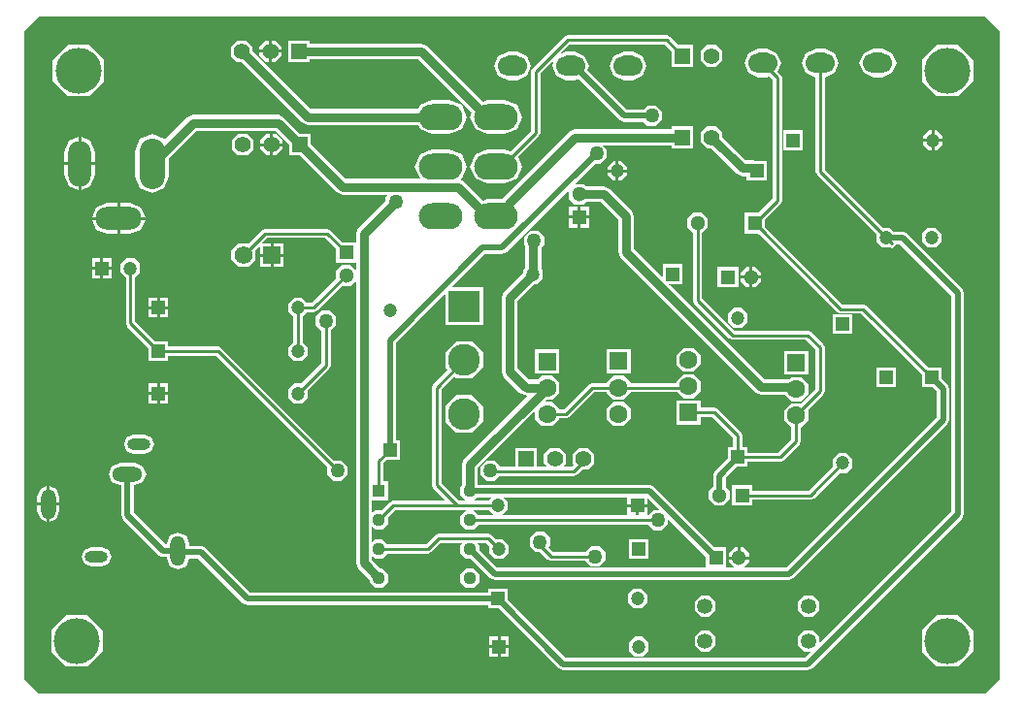
<source format=gbl>
G04*
G04 #@! TF.GenerationSoftware,Altium Limited,Altium Designer,24.1.2 (44)*
G04*
G04 Layer_Physical_Order=2*
G04 Layer_Color=16711680*
%FSLAX44Y44*%
%MOMM*%
G71*
G04*
G04 #@! TF.SameCoordinates,E9BD1FF1-B1AA-42C1-8D7E-3D4E88507192*
G04*
G04*
G04 #@! TF.FilePolarity,Positive*
G04*
G01*
G75*
%ADD14C,0.2540*%
%ADD19R,1.2000X1.2000*%
%ADD20C,1.2000*%
%ADD21R,1.2000X1.2000*%
%ADD25R,1.4000X1.4000*%
%ADD26C,1.4000*%
%ADD34C,1.3000*%
%ADD35R,1.3000X1.3000*%
G04:AMPARAMS|DCode=37|XSize=1.778mm|YSize=2.54mm|CornerRadius=0.889mm|HoleSize=0mm|Usage=FLASHONLY|Rotation=270.000|XOffset=0mm|YOffset=0mm|HoleType=Round|Shape=RoundedRectangle|*
%AMROUNDEDRECTD37*
21,1,1.7780,0.7620,0,0,270.0*
21,1,0.0000,2.5400,0,0,270.0*
1,1,1.7780,-0.3810,0.0000*
1,1,1.7780,-0.3810,0.0000*
1,1,1.7780,0.3810,0.0000*
1,1,1.7780,0.3810,0.0000*
%
%ADD37ROUNDEDRECTD37*%
%ADD48C,0.7620*%
%ADD49C,0.5080*%
%ADD50R,1.6000X1.6000*%
%ADD51C,1.6000*%
%ADD52R,1.1300X1.1300*%
%ADD53C,1.1300*%
G04:AMPARAMS|DCode=54|XSize=2.286mm|YSize=3.81mm|CornerRadius=1.143mm|HoleSize=0mm|Usage=FLASHONLY|Rotation=270.000|XOffset=0mm|YOffset=0mm|HoleType=Round|Shape=RoundedRectangle|*
%AMROUNDEDRECTD54*
21,1,2.2860,1.5240,0,0,270.0*
21,1,0.0000,3.8100,0,0,270.0*
1,1,2.2860,-0.7620,0.0000*
1,1,2.2860,-0.7620,0.0000*
1,1,2.2860,0.7620,0.0000*
1,1,2.2860,0.7620,0.0000*
%
%ADD54ROUNDEDRECTD54*%
%ADD55R,2.7750X2.7750*%
%ADD56C,2.7750*%
%ADD57C,1.3500*%
%ADD58R,1.3000X1.3000*%
%ADD59O,1.3080X2.6160*%
%ADD60O,2.0160X1.0080*%
%ADD61O,2.6160X1.3080*%
%ADD62R,1.5750X1.5750*%
%ADD63C,1.5750*%
%ADD64O,2.2000X4.4000*%
%ADD65O,4.0000X2.0000*%
%ADD66O,2.0000X4.0000*%
%ADD67C,4.0000*%
%ADD68C,1.2700*%
G36*
X1111250Y1943100D02*
Y1377950D01*
X1098550Y1365250D01*
X273050D01*
X260350Y1377950D01*
Y1943100D01*
X273050Y1955800D01*
X1098550D01*
X1111250Y1943100D01*
D02*
G37*
%LPC*%
G36*
X478932Y1935030D02*
X476250D01*
Y1926760D01*
X484520D01*
Y1929442D01*
X478932Y1935030D01*
D02*
G37*
G36*
X473710D02*
X471028D01*
X465440Y1929442D01*
Y1926760D01*
X473710D01*
Y1935030D01*
D02*
G37*
G36*
X484520Y1924220D02*
X476250D01*
Y1915950D01*
X478932D01*
X484520Y1921538D01*
Y1924220D01*
D02*
G37*
G36*
X473710D02*
X465440D01*
Y1921538D01*
X471028Y1915950D01*
X473710D01*
Y1924220D01*
D02*
G37*
G36*
X863742Y1931050D02*
X855838D01*
X850250Y1925462D01*
Y1917558D01*
X855838Y1911970D01*
X863742D01*
X869330Y1917558D01*
Y1925462D01*
X863742Y1931050D01*
D02*
G37*
G36*
X820420Y1939604D02*
X734060D01*
X731144Y1938396D01*
X703204Y1910456D01*
X701996Y1907540D01*
Y1855908D01*
X684222Y1838134D01*
X679450Y1840111D01*
X664210D01*
X653518Y1835682D01*
X649089Y1824990D01*
X653518Y1814298D01*
X664210Y1809869D01*
X679450D01*
X690142Y1814298D01*
X694571Y1824990D01*
X691106Y1833354D01*
X709036Y1851284D01*
X710244Y1854200D01*
Y1905832D01*
X722813Y1918401D01*
X720418Y1912620D01*
X724042Y1903872D01*
X732790Y1900248D01*
X740410D01*
X743660Y1901594D01*
X779702Y1865552D01*
X783590Y1863941D01*
X800646D01*
X804038Y1860550D01*
X811402D01*
X816610Y1865758D01*
Y1873122D01*
X811402Y1878330D01*
X804038D01*
X800646Y1874939D01*
X785868D01*
X751436Y1909370D01*
X752782Y1912620D01*
X749158Y1921368D01*
X740410Y1924992D01*
X732790D01*
X727009Y1922597D01*
X735768Y1931356D01*
X818712D01*
X824850Y1925218D01*
Y1911970D01*
X843930D01*
Y1931050D01*
X830682D01*
X823336Y1938396D01*
X820420Y1939604D01*
D02*
G37*
G36*
X1008634Y1927532D02*
X1001014D01*
X992266Y1923908D01*
X988642Y1915160D01*
X992266Y1906412D01*
X1001014Y1902788D01*
X1008634D01*
X1017382Y1906412D01*
X1021006Y1915160D01*
X1017382Y1923908D01*
X1008634Y1927532D01*
D02*
G37*
G36*
X790702Y1924992D02*
X783082D01*
X774334Y1921368D01*
X770710Y1912620D01*
X774334Y1903872D01*
X783082Y1900248D01*
X790702D01*
X799450Y1903872D01*
X803074Y1912620D01*
X799450Y1921368D01*
X790702Y1924992D01*
D02*
G37*
G36*
X690118D02*
X682498D01*
X673750Y1921368D01*
X670126Y1912620D01*
X673750Y1903872D01*
X682498Y1900248D01*
X690118D01*
X698866Y1903872D01*
X702490Y1912620D01*
X698866Y1921368D01*
X690118Y1924992D01*
D02*
G37*
G36*
X1074866Y1931350D02*
X1056194D01*
X1042990Y1918146D01*
Y1899474D01*
X1056194Y1886270D01*
X1074866D01*
X1088070Y1899474D01*
Y1918146D01*
X1074866Y1931350D01*
D02*
G37*
G36*
X316676D02*
X298004D01*
X284800Y1918146D01*
Y1899474D01*
X298004Y1886270D01*
X316676D01*
X329880Y1899474D01*
Y1918146D01*
X316676Y1931350D01*
D02*
G37*
G36*
X509520Y1935030D02*
X490440D01*
Y1915950D01*
X509520D01*
Y1918617D01*
X604043D01*
X650671Y1871989D01*
X649089Y1868170D01*
X653518Y1857478D01*
X664210Y1853049D01*
X679450D01*
X690142Y1857478D01*
X694571Y1868170D01*
X690142Y1878862D01*
X679450Y1883291D01*
X664210D01*
X660391Y1881709D01*
X611750Y1930350D01*
X606890Y1932363D01*
X509520D01*
Y1935030D01*
D02*
G37*
G36*
X453932D02*
X446028D01*
X440440Y1929442D01*
Y1921538D01*
X446028Y1915950D01*
X449800D01*
X502440Y1863310D01*
X507300Y1861297D01*
X507300Y1861297D01*
X603676D01*
X605258Y1857478D01*
X615950Y1853049D01*
X631190D01*
X641882Y1857478D01*
X646311Y1868170D01*
X641882Y1878862D01*
X631190Y1883291D01*
X615950D01*
X605258Y1878862D01*
X603676Y1875043D01*
X510147D01*
X459520Y1925670D01*
Y1929442D01*
X453932Y1935030D01*
D02*
G37*
G36*
X1056307Y1856390D02*
X1054040D01*
Y1849120D01*
X1061310D01*
Y1851387D01*
X1056307Y1856390D01*
D02*
G37*
G36*
X1051500D02*
X1049233D01*
X1044230Y1851387D01*
Y1849120D01*
X1051500D01*
Y1856390D01*
D02*
G37*
G36*
X479802Y1853580D02*
X477120D01*
Y1845310D01*
X485390D01*
Y1847992D01*
X479802Y1853580D01*
D02*
G37*
G36*
X474580D02*
X471898D01*
X466310Y1847992D01*
Y1845310D01*
X474580D01*
Y1853580D01*
D02*
G37*
G36*
X908050Y1927532D02*
X900430D01*
X891682Y1923908D01*
X888058Y1915160D01*
X891682Y1906412D01*
X900430Y1902788D01*
X908050D01*
X909980Y1903588D01*
X912816Y1900752D01*
Y1796618D01*
X900698Y1784500D01*
X888450D01*
Y1766420D01*
X900698D01*
X969504Y1697614D01*
X972420Y1696406D01*
X990222D01*
X1043020Y1643608D01*
Y1632360D01*
X1052324D01*
X1056221Y1628462D01*
Y1606288D01*
X924822Y1474888D01*
X888073D01*
X892800Y1479615D01*
Y1482090D01*
X883760D01*
X874720D01*
Y1479615D01*
X879447Y1474888D01*
X872800D01*
Y1492400D01*
X862496D01*
X809228Y1545668D01*
X805340Y1547278D01*
X655843D01*
Y1561793D01*
X705740Y1611690D01*
Y1604684D01*
X711914Y1598510D01*
X720646D01*
X726820Y1604684D01*
Y1604926D01*
X732750D01*
X735666Y1606134D01*
X757398Y1627866D01*
X767970D01*
Y1627624D01*
X774144Y1621450D01*
X782876D01*
X789050Y1627624D01*
Y1627866D01*
X829918D01*
X835104Y1622680D01*
X843836D01*
X850010Y1628854D01*
Y1637586D01*
X843836Y1643760D01*
X835104D01*
X828930Y1637586D01*
Y1636114D01*
X789050D01*
Y1636356D01*
X782876Y1642530D01*
X774144D01*
X767970Y1636356D01*
Y1636114D01*
X755690D01*
X752774Y1634906D01*
X731042Y1613174D01*
X726820D01*
Y1613416D01*
X720646Y1619590D01*
X713640D01*
X715460Y1621410D01*
X720646D01*
X726820Y1627584D01*
Y1636316D01*
X720646Y1642490D01*
X711914D01*
X708247Y1638823D01*
X700187D01*
X690133Y1648877D01*
Y1707723D01*
X704880Y1722470D01*
X707237D01*
X712240Y1727473D01*
Y1734547D01*
X711148Y1735639D01*
Y1753946D01*
X713740Y1756538D01*
Y1763902D01*
X708532Y1769110D01*
X701168D01*
X695960Y1763902D01*
Y1756538D01*
X697402Y1755096D01*
Y1736789D01*
X695160Y1734547D01*
Y1732190D01*
X678400Y1715430D01*
X676387Y1710570D01*
Y1646030D01*
X678400Y1641170D01*
X692076Y1627494D01*
X696936Y1625481D01*
X697230Y1625603D01*
X698500Y1625077D01*
X699687D01*
X644110Y1569500D01*
X642097Y1564640D01*
Y1546489D01*
X640780Y1545172D01*
Y1538388D01*
X645578Y1533590D01*
X652362D01*
X655054Y1536281D01*
X668284D01*
X665207Y1533204D01*
X639248D01*
X623884Y1548568D01*
Y1630242D01*
X635199Y1641557D01*
X637091Y1639665D01*
X650689D01*
X660305Y1649281D01*
Y1662879D01*
X650689Y1672495D01*
X637091D01*
X627475Y1662879D01*
Y1649281D01*
X629367Y1647389D01*
X616844Y1634866D01*
X615636Y1631950D01*
Y1546860D01*
X616844Y1543944D01*
X627584Y1533204D01*
X582270D01*
X579354Y1531996D01*
X571928Y1524570D01*
X566178D01*
X563133Y1521526D01*
Y1533590D01*
X577760D01*
Y1549970D01*
X573694D01*
Y1566082D01*
X576412Y1568800D01*
X587660D01*
Y1585880D01*
X584618D01*
Y1670967D01*
X627475Y1713823D01*
Y1686665D01*
X660305D01*
Y1719495D01*
X633147D01*
X662254Y1748602D01*
X677141D01*
X681029Y1750212D01*
X735150Y1804334D01*
Y1796945D01*
X740445Y1791650D01*
X747934D01*
X750101Y1793817D01*
X763133D01*
X778222Y1778728D01*
Y1750435D01*
X780235Y1745575D01*
X898386Y1627423D01*
X903246Y1625410D01*
X923814D01*
X929084Y1620140D01*
X937816D01*
X943990Y1626314D01*
Y1635046D01*
X937816Y1641220D01*
X929084D01*
X927021Y1639157D01*
X906093D01*
X822780Y1722470D01*
X834040D01*
Y1739550D01*
X816960D01*
Y1728290D01*
X791968Y1753282D01*
Y1781575D01*
X789955Y1786435D01*
X770840Y1805550D01*
X765980Y1807563D01*
X750101D01*
X747934Y1809730D01*
X740546D01*
X758346Y1827530D01*
X763142D01*
X768350Y1832738D01*
Y1840102D01*
X764936Y1843517D01*
X824850D01*
Y1840850D01*
X843930D01*
Y1859930D01*
X824850D01*
Y1857263D01*
X740410D01*
X735550Y1855250D01*
X677506Y1797206D01*
X677392Y1796931D01*
X664210D01*
X660391Y1795349D01*
X643670Y1812070D01*
X640087Y1813554D01*
X641882Y1814298D01*
X646311Y1824990D01*
X641882Y1835682D01*
X631190Y1840111D01*
X615950D01*
X605258Y1835682D01*
X600829Y1824990D01*
X605258Y1814298D01*
X605776Y1814083D01*
X540527D01*
X510390Y1844220D01*
Y1853580D01*
X501030D01*
X486660Y1867950D01*
X481800Y1869963D01*
X407170D01*
X402310Y1867950D01*
X402310Y1867950D01*
X382348Y1847988D01*
X381973Y1848893D01*
X371610Y1853186D01*
X361247Y1848893D01*
X356954Y1838530D01*
Y1816530D01*
X361247Y1806167D01*
X371610Y1801874D01*
X381973Y1806167D01*
X386266Y1816530D01*
Y1832465D01*
X410017Y1856217D01*
X478953D01*
X491310Y1843860D01*
Y1834500D01*
X500670D01*
X532820Y1802350D01*
X532820Y1802350D01*
X534243Y1801760D01*
X537680Y1800337D01*
X537680Y1800337D01*
X577454D01*
X575310Y1798192D01*
Y1795340D01*
X551400Y1771430D01*
X549387Y1766570D01*
Y1758940D01*
X537812D01*
X527266Y1769486D01*
X524350Y1770694D01*
X470300D01*
X467384Y1769486D01*
X455699Y1757800D01*
X455564Y1757935D01*
X446936D01*
X440835Y1751834D01*
Y1743206D01*
X446936Y1737105D01*
X455564D01*
X461665Y1743206D01*
Y1751834D01*
X461530Y1751969D01*
X465835Y1756273D01*
Y1748790D01*
X474980D01*
Y1757935D01*
X467497D01*
X472008Y1762446D01*
X522642D01*
X531980Y1753108D01*
Y1740860D01*
X549387D01*
Y1734318D01*
X544765Y1738940D01*
X537276D01*
X531980Y1733645D01*
Y1726692D01*
X511212Y1705924D01*
X507004D01*
X502587Y1710340D01*
X495513D01*
X490510Y1705337D01*
Y1698263D01*
X494926Y1693846D01*
Y1671653D01*
X490510Y1667237D01*
Y1660163D01*
X495513Y1655160D01*
X502587D01*
X507590Y1660163D01*
Y1667237D01*
X503174Y1671653D01*
Y1693846D01*
X507004Y1697676D01*
X512920D01*
X515836Y1698884D01*
X537812Y1720860D01*
X544765D01*
X549387Y1725482D01*
Y1479045D01*
X551400Y1474185D01*
X561380Y1464205D01*
Y1462188D01*
X566178Y1457390D01*
X572962D01*
X577760Y1462188D01*
Y1468972D01*
X572962Y1473770D01*
X571255D01*
X563133Y1481892D01*
Y1485834D01*
X566178Y1482790D01*
X572962D01*
X577029Y1486856D01*
X612445D01*
X615361Y1488064D01*
X623614Y1496316D01*
X642724D01*
X640780Y1494372D01*
Y1487588D01*
X645578Y1482790D01*
X649384D01*
X666672Y1465502D01*
X670560Y1463891D01*
X927100D01*
X930988Y1465502D01*
X1065608Y1600122D01*
X1067218Y1604010D01*
Y1630740D01*
X1065608Y1634628D01*
X1060100Y1640136D01*
Y1649440D01*
X1048852D01*
X994846Y1703446D01*
X991930Y1704654D01*
X974128D01*
X906530Y1772252D01*
Y1778668D01*
X919856Y1791994D01*
X921064Y1794910D01*
Y1902460D01*
X919856Y1905376D01*
X917390Y1907842D01*
X920422Y1915160D01*
X916798Y1923908D01*
X908050Y1927532D01*
D02*
G37*
G36*
X1061310Y1846580D02*
X1054040D01*
Y1839310D01*
X1056307D01*
X1061310Y1844313D01*
Y1846580D01*
D02*
G37*
G36*
X1051500D02*
X1044230D01*
Y1844313D01*
X1049233Y1839310D01*
X1051500D01*
Y1846580D01*
D02*
G37*
G36*
X939510Y1856390D02*
X922430D01*
Y1839310D01*
X939510D01*
Y1856390D01*
D02*
G37*
G36*
X485390Y1842770D02*
X477120D01*
Y1834500D01*
X479802D01*
X485390Y1840088D01*
Y1842770D01*
D02*
G37*
G36*
X474580D02*
X466310D01*
Y1840088D01*
X471898Y1834500D01*
X474580D01*
Y1842770D01*
D02*
G37*
G36*
X454802Y1853580D02*
X446898D01*
X441310Y1847992D01*
Y1840088D01*
X446898Y1834500D01*
X454802D01*
X460390Y1840088D01*
Y1847992D01*
X454802Y1853580D01*
D02*
G37*
G36*
X309880Y1850577D02*
Y1828800D01*
X322183D01*
Y1837530D01*
X318208Y1847128D01*
X309880Y1850577D01*
D02*
G37*
G36*
X307340D02*
X299012Y1847128D01*
X295037Y1837530D01*
Y1828800D01*
X307340D01*
Y1850577D01*
D02*
G37*
G36*
X780837Y1829720D02*
X778570D01*
Y1822450D01*
X785840D01*
Y1824717D01*
X780837Y1829720D01*
D02*
G37*
G36*
X776030D02*
X773763D01*
X768760Y1824717D01*
Y1822450D01*
X776030D01*
Y1829720D01*
D02*
G37*
G36*
X863742Y1859930D02*
X855838D01*
X850250Y1854342D01*
Y1846438D01*
X855838Y1840850D01*
X859610D01*
X881950Y1818510D01*
X881950Y1818510D01*
X883373Y1817920D01*
X886810Y1816497D01*
X886810Y1816497D01*
X890560D01*
Y1812640D01*
X907640D01*
Y1829720D01*
X898173D01*
X896910Y1830243D01*
X889657D01*
X869330Y1850570D01*
Y1854342D01*
X863742Y1859930D01*
D02*
G37*
G36*
X785840Y1819910D02*
X778570D01*
Y1812640D01*
X780837D01*
X785840Y1817643D01*
Y1819910D01*
D02*
G37*
G36*
X776030D02*
X768760D01*
Y1817643D01*
X773763Y1812640D01*
X776030D01*
Y1819910D01*
D02*
G37*
G36*
X322183Y1826260D02*
X309880D01*
Y1804483D01*
X318208Y1807932D01*
X322183Y1817530D01*
Y1826260D01*
D02*
G37*
G36*
X307340D02*
X295037D01*
Y1817530D01*
X299012Y1807932D01*
X307340Y1804483D01*
Y1826260D01*
D02*
G37*
G36*
X753230Y1789730D02*
X745460D01*
Y1781960D01*
X753230D01*
Y1789730D01*
D02*
G37*
G36*
X742920D02*
X735150D01*
Y1781960D01*
X742920D01*
Y1789730D01*
D02*
G37*
G36*
X352610Y1793103D02*
X343880D01*
Y1780800D01*
X365657D01*
X362208Y1789128D01*
X352610Y1793103D01*
D02*
G37*
G36*
X341340D02*
X332610D01*
X323012Y1789128D01*
X319563Y1780800D01*
X341340D01*
Y1793103D01*
D02*
G37*
G36*
X753230Y1779420D02*
X745460D01*
Y1771650D01*
X753230D01*
Y1779420D01*
D02*
G37*
G36*
X742920D02*
X735150D01*
Y1771650D01*
X742920D01*
Y1779420D01*
D02*
G37*
G36*
X365657Y1778260D02*
X343880D01*
Y1765957D01*
X352610D01*
X362208Y1769932D01*
X365657Y1778260D01*
D02*
G37*
G36*
X341340D02*
X319563D01*
X323012Y1769932D01*
X332610Y1765957D01*
X341340D01*
Y1778260D01*
D02*
G37*
G36*
X1055097Y1771240D02*
X1048023D01*
X1043020Y1766237D01*
Y1759163D01*
X1048023Y1754160D01*
X1055097D01*
X1060100Y1759163D01*
Y1766237D01*
X1055097Y1771240D01*
D02*
G37*
G36*
X486665Y1757935D02*
X477520D01*
Y1748790D01*
X486665D01*
Y1757935D01*
D02*
G37*
G36*
X336400Y1744630D02*
X329130D01*
Y1737360D01*
X336400D01*
Y1744630D01*
D02*
G37*
G36*
X326590D02*
X319320D01*
Y1737360D01*
X326590D01*
Y1744630D01*
D02*
G37*
G36*
X486665Y1746250D02*
X477520D01*
Y1737105D01*
X486665D01*
Y1746250D01*
D02*
G37*
G36*
X474980D02*
X465835D01*
Y1737105D01*
X474980D01*
Y1746250D01*
D02*
G37*
G36*
X897824Y1737510D02*
X895350D01*
Y1729740D01*
X903120D01*
Y1732215D01*
X897824Y1737510D01*
D02*
G37*
G36*
X892810D02*
X890335D01*
X885040Y1732215D01*
Y1729740D01*
X892810D01*
Y1737510D01*
D02*
G37*
G36*
X336400Y1734820D02*
X329130D01*
Y1727550D01*
X336400D01*
Y1734820D01*
D02*
G37*
G36*
X326590D02*
X319320D01*
Y1727550D01*
X326590D01*
Y1734820D01*
D02*
G37*
G36*
X903120Y1727200D02*
X895350D01*
Y1719430D01*
X897824D01*
X903120Y1724725D01*
Y1727200D01*
D02*
G37*
G36*
X892810D02*
X885040D01*
Y1724725D01*
X890335Y1719430D01*
X892810D01*
Y1727200D01*
D02*
G37*
G36*
X883120Y1737510D02*
X865040D01*
Y1719430D01*
X883120D01*
Y1737510D01*
D02*
G37*
G36*
X385790Y1710340D02*
X378520D01*
Y1703070D01*
X385790D01*
Y1710340D01*
D02*
G37*
G36*
X375980D02*
X368710D01*
Y1703070D01*
X375980D01*
Y1710340D01*
D02*
G37*
G36*
X385790Y1700530D02*
X378520D01*
Y1693260D01*
X385790D01*
Y1700530D01*
D02*
G37*
G36*
X375980D02*
X368710D01*
Y1693260D01*
X375980D01*
Y1700530D01*
D02*
G37*
G36*
X886187Y1701450D02*
X879113D01*
X874110Y1696447D01*
Y1689373D01*
X879113Y1684370D01*
X886187D01*
X891190Y1689373D01*
Y1696447D01*
X886187Y1701450D01*
D02*
G37*
G36*
X982630Y1696310D02*
X965550D01*
Y1679230D01*
X982630D01*
Y1696310D01*
D02*
G37*
G36*
X843836Y1666660D02*
X835104D01*
X828930Y1660486D01*
Y1651754D01*
X835104Y1645580D01*
X843836D01*
X850010Y1651754D01*
Y1660486D01*
X843836Y1666660D01*
D02*
G37*
G36*
X789050Y1665430D02*
X767970D01*
Y1644350D01*
X789050D01*
Y1665430D01*
D02*
G37*
G36*
X726820Y1665390D02*
X705740D01*
Y1644310D01*
X726820D01*
Y1665390D01*
D02*
G37*
G36*
X943990Y1664120D02*
X922910D01*
Y1643040D01*
X943990D01*
Y1664120D01*
D02*
G37*
G36*
X1020730Y1649500D02*
X1003650D01*
Y1632420D01*
X1020730D01*
Y1649500D01*
D02*
G37*
G36*
X385790Y1635410D02*
X378520D01*
Y1628140D01*
X385790D01*
Y1635410D01*
D02*
G37*
G36*
X375980D02*
X368710D01*
Y1628140D01*
X375980D01*
Y1635410D01*
D02*
G37*
G36*
X526922Y1699260D02*
X519558D01*
X514350Y1694052D01*
Y1686688D01*
X519116Y1681922D01*
Y1652768D01*
X501758Y1635410D01*
X495513D01*
X490510Y1630407D01*
Y1623333D01*
X495513Y1618330D01*
X502587D01*
X507590Y1623333D01*
Y1629578D01*
X526156Y1648144D01*
X527364Y1651060D01*
Y1681922D01*
X532130Y1686688D01*
Y1694052D01*
X526922Y1699260D01*
D02*
G37*
G36*
X385790Y1625600D02*
X378520D01*
Y1618330D01*
X385790D01*
Y1625600D01*
D02*
G37*
G36*
X375980D02*
X368710D01*
Y1618330D01*
X375980D01*
Y1625600D01*
D02*
G37*
G36*
X851235Y1784500D02*
X843745D01*
X838450Y1779205D01*
Y1771716D01*
X843366Y1766799D01*
Y1708166D01*
X844574Y1705250D01*
X875070Y1674754D01*
X877986Y1673546D01*
X941902D01*
X950301Y1665147D01*
Y1630463D01*
X937987Y1618149D01*
X937816Y1618320D01*
X929084D01*
X922910Y1612146D01*
Y1603414D01*
X929084Y1597240D01*
X929326D01*
Y1586668D01*
X917892Y1575234D01*
X891190D01*
Y1579650D01*
X886774D01*
Y1590040D01*
X885566Y1592956D01*
X865286Y1613236D01*
X862370Y1614444D01*
X850010D01*
Y1620860D01*
X828930D01*
Y1599780D01*
X850010D01*
Y1606196D01*
X860662D01*
X878526Y1588332D01*
Y1579650D01*
X874110D01*
Y1570346D01*
X862572Y1558808D01*
X860962Y1554920D01*
Y1545256D01*
X857420Y1541714D01*
Y1534225D01*
X862716Y1528930D01*
X870204D01*
X875500Y1534225D01*
Y1541714D01*
X871959Y1545256D01*
Y1552643D01*
X881886Y1562570D01*
X891190D01*
Y1566986D01*
X919600D01*
X922516Y1568194D01*
X936366Y1582044D01*
X937574Y1584960D01*
Y1597240D01*
X937816D01*
X943990Y1603414D01*
Y1612146D01*
X943819Y1612317D01*
X957341Y1625839D01*
X958549Y1628755D01*
Y1666855D01*
X957341Y1669771D01*
X946526Y1680586D01*
X943610Y1681794D01*
X879694D01*
X851614Y1709874D01*
Y1766799D01*
X856530Y1771716D01*
Y1779205D01*
X851235Y1784500D01*
D02*
G37*
G36*
X782876Y1619630D02*
X774144D01*
X767970Y1613456D01*
Y1604724D01*
X774144Y1598550D01*
X782876D01*
X789050Y1604724D01*
Y1613456D01*
X782876Y1619630D01*
D02*
G37*
G36*
X650689Y1625495D02*
X637091D01*
X627475Y1615879D01*
Y1602281D01*
X637091Y1592665D01*
X650689D01*
X660305Y1602281D01*
Y1615879D01*
X650689Y1625495D01*
D02*
G37*
G36*
X365320Y1590555D02*
X355240D01*
X349439Y1588152D01*
X347035Y1582350D01*
X349439Y1576548D01*
X355240Y1574146D01*
X365320D01*
X371121Y1576548D01*
X373525Y1582350D01*
X371121Y1588152D01*
X365320Y1590555D01*
D02*
G37*
G36*
X751982Y1579260D02*
X744078D01*
X738490Y1573672D01*
Y1565768D01*
X739638Y1564620D01*
X738052Y1563034D01*
X729836D01*
X732570Y1565768D01*
Y1573672D01*
X726982Y1579260D01*
X719078D01*
X713490Y1573672D01*
Y1565768D01*
X716225Y1563034D01*
X707570D01*
Y1579260D01*
X688490D01*
Y1563034D01*
X675640D01*
Y1563242D01*
X670432Y1568450D01*
X663068D01*
X657860Y1563242D01*
Y1555878D01*
X663068Y1550670D01*
X670432D01*
X674548Y1554786D01*
X739760D01*
X742676Y1555994D01*
X746862Y1560180D01*
X751982D01*
X757570Y1565768D01*
Y1573672D01*
X751982Y1579260D01*
D02*
G37*
G36*
X356397Y1744630D02*
X349323D01*
X344320Y1739627D01*
Y1732553D01*
X348736Y1728136D01*
Y1688090D01*
X349944Y1685174D01*
X368710Y1666408D01*
Y1655160D01*
X385790D01*
Y1659576D01*
X427552D01*
X524510Y1562618D01*
Y1555878D01*
X529718Y1550670D01*
X537082D01*
X542290Y1555878D01*
Y1563242D01*
X537082Y1568450D01*
X530342D01*
X432176Y1666616D01*
X429260Y1667824D01*
X385790D01*
Y1672240D01*
X374542D01*
X356984Y1689798D01*
Y1728136D01*
X361400Y1732553D01*
Y1739627D01*
X356397Y1744630D01*
D02*
G37*
G36*
X977627Y1574510D02*
X970553D01*
X965550Y1569507D01*
Y1563262D01*
X944382Y1542094D01*
X895500D01*
Y1547010D01*
X877420D01*
Y1528930D01*
X895500D01*
Y1533846D01*
X946090D01*
X949006Y1535054D01*
X971382Y1557430D01*
X977627D01*
X982630Y1562433D01*
Y1569507D01*
X977627Y1574510D01*
D02*
G37*
G36*
X282550Y1546192D02*
Y1531620D01*
X291108D01*
Y1536890D01*
X288230Y1543840D01*
X282550Y1546192D01*
D02*
G37*
G36*
X280010D02*
X274331Y1543840D01*
X271452Y1536890D01*
Y1531620D01*
X280010D01*
Y1546192D01*
D02*
G37*
G36*
X291108Y1529080D02*
X282550D01*
Y1514508D01*
X288230Y1516861D01*
X291108Y1523810D01*
Y1529080D01*
D02*
G37*
G36*
X280010D02*
X271452D01*
Y1523810D01*
X274331Y1516861D01*
X280010Y1514508D01*
Y1529080D01*
D02*
G37*
G36*
X887505Y1492400D02*
X885030D01*
Y1484630D01*
X892800D01*
Y1487104D01*
X887505Y1492400D01*
D02*
G37*
G36*
X882490D02*
X880015D01*
X874720Y1487104D01*
Y1484630D01*
X882490D01*
Y1492400D01*
D02*
G37*
G36*
X328320Y1492554D02*
X318240D01*
X312439Y1490152D01*
X310035Y1484350D01*
X312439Y1478548D01*
X318240Y1476145D01*
X328320D01*
X334122Y1478548D01*
X336525Y1484350D01*
X334122Y1490152D01*
X328320Y1492554D01*
D02*
G37*
G36*
X652362Y1473770D02*
X645578D01*
X640780Y1468972D01*
Y1462188D01*
X645578Y1457390D01*
X652362D01*
X657160Y1462188D01*
Y1468972D01*
X652362Y1473770D01*
D02*
G37*
G36*
X798557Y1456340D02*
X791483D01*
X786480Y1451337D01*
Y1444263D01*
X791483Y1439260D01*
X798557D01*
X803560Y1444263D01*
Y1451337D01*
X798557Y1456340D01*
D02*
G37*
G36*
X948008Y1450740D02*
X940312D01*
X934870Y1445298D01*
Y1437602D01*
X940312Y1432160D01*
X948008D01*
X953450Y1437602D01*
Y1445298D01*
X948008Y1450740D01*
D02*
G37*
G36*
X858008D02*
X850312D01*
X844870Y1445298D01*
Y1437602D01*
X850312Y1432160D01*
X858008D01*
X863450Y1437602D01*
Y1445298D01*
X858008Y1450740D01*
D02*
G37*
G36*
X958342Y1927532D02*
X950722D01*
X941974Y1923908D01*
X938350Y1915160D01*
X941974Y1906412D01*
X950408Y1902918D01*
Y1820418D01*
X951616Y1817502D01*
X1003650Y1765468D01*
Y1759223D01*
X1008653Y1754220D01*
X1015727D01*
X1015856Y1754349D01*
X1016916Y1753910D01*
X1019832Y1755118D01*
X1020720Y1757262D01*
X1023882D01*
X1068922Y1712222D01*
Y1523738D01*
X953450Y1408266D01*
Y1414818D01*
X948008Y1420260D01*
X940312D01*
X934870Y1414818D01*
Y1407122D01*
X940312Y1401680D01*
X946864D01*
X941332Y1396149D01*
X732648D01*
X681760Y1447036D01*
Y1456340D01*
X664680D01*
Y1453298D01*
X456938D01*
X417908Y1492328D01*
X414020Y1493938D01*
X404108D01*
Y1495890D01*
X401230Y1502840D01*
X394280Y1505718D01*
X387331Y1502840D01*
X384452Y1495890D01*
Y1494848D01*
X383638D01*
X355779Y1522708D01*
Y1546522D01*
X356820D01*
X363769Y1549400D01*
X366648Y1556350D01*
X363769Y1563300D01*
X356820Y1566178D01*
X343740D01*
X336791Y1563300D01*
X333912Y1556350D01*
X336791Y1549400D01*
X343740Y1546522D01*
X344781D01*
Y1520430D01*
X346392Y1516542D01*
X377472Y1485462D01*
X381360Y1483851D01*
X384452D01*
Y1482810D01*
X387331Y1475860D01*
X394280Y1472982D01*
X401230Y1475860D01*
X404108Y1482810D01*
Y1482941D01*
X411742D01*
X450772Y1443912D01*
X454660Y1442301D01*
X664680D01*
Y1439260D01*
X673984D01*
X726482Y1386762D01*
X730370Y1385152D01*
X943610D01*
X947498Y1386762D01*
X1078308Y1517572D01*
X1079919Y1521460D01*
Y1714500D01*
X1078308Y1718388D01*
X1030048Y1766648D01*
X1026160Y1768259D01*
X1018769D01*
X1015727Y1771300D01*
X1009482D01*
X958656Y1822126D01*
Y1902918D01*
X967090Y1906412D01*
X970714Y1915160D01*
X967090Y1923908D01*
X958342Y1927532D01*
D02*
G37*
G36*
X683030Y1414430D02*
X675760D01*
Y1407160D01*
X683030D01*
Y1414430D01*
D02*
G37*
G36*
X673220D02*
X665950D01*
Y1407160D01*
X673220D01*
Y1414430D01*
D02*
G37*
G36*
X858008Y1420260D02*
X850312D01*
X844870Y1414818D01*
Y1407122D01*
X850312Y1401680D01*
X858008D01*
X863450Y1407122D01*
Y1414818D01*
X858008Y1420260D01*
D02*
G37*
G36*
X799827Y1414430D02*
X792753D01*
X787750Y1409427D01*
Y1402353D01*
X792753Y1397350D01*
X799827D01*
X804830Y1402353D01*
Y1409427D01*
X799827Y1414430D01*
D02*
G37*
G36*
X683030Y1404620D02*
X675760D01*
Y1397350D01*
X683030D01*
Y1404620D01*
D02*
G37*
G36*
X673220D02*
X665950D01*
Y1397350D01*
X673220D01*
Y1404620D01*
D02*
G37*
G36*
X1074866Y1433510D02*
X1056194D01*
X1042990Y1420306D01*
Y1401634D01*
X1056194Y1388430D01*
X1074866D01*
X1088070Y1401634D01*
Y1420306D01*
X1074866Y1433510D01*
D02*
G37*
G36*
X315406D02*
X296734D01*
X283530Y1420306D01*
Y1401634D01*
X296734Y1388430D01*
X315406D01*
X328610Y1401634D01*
Y1420306D01*
X315406Y1433510D01*
D02*
G37*
%LPD*%
G36*
X786420Y1530350D02*
X794960D01*
X803500D01*
Y1535844D01*
X814074Y1525270D01*
X809118D01*
X804352Y1520504D01*
X656429D01*
X652362Y1524570D01*
X645578D01*
X640780Y1519772D01*
Y1512988D01*
X645578Y1508190D01*
X652362D01*
X656429Y1512256D01*
X804352D01*
X809118Y1507490D01*
X816482D01*
X821690Y1512698D01*
Y1517654D01*
X854720Y1484624D01*
Y1474888D01*
X672838D01*
X657160Y1490566D01*
Y1494372D01*
X655216Y1496316D01*
X663262D01*
X665890Y1493688D01*
Y1487443D01*
X670893Y1482440D01*
X677967D01*
X682970Y1487443D01*
Y1494517D01*
X677967Y1499520D01*
X671722D01*
X667886Y1503356D01*
X664970Y1504564D01*
X621905D01*
X618989Y1503356D01*
X610737Y1495104D01*
X577029D01*
X572962Y1499170D01*
X566178D01*
X563133Y1496126D01*
Y1511234D01*
X566178Y1508190D01*
X572962D01*
X577760Y1512988D01*
Y1518738D01*
X583978Y1524956D01*
X665207D01*
X669623Y1520540D01*
X676697D01*
X681700Y1525543D01*
Y1532617D01*
X678036Y1536281D01*
X786420D01*
Y1530350D01*
D02*
G37*
%LPC*%
G36*
X803500Y1527810D02*
X796230D01*
Y1520540D01*
X803500D01*
Y1527810D01*
D02*
G37*
G36*
X793690D02*
X786420D01*
Y1520540D01*
X793690D01*
Y1527810D01*
D02*
G37*
G36*
X804770Y1499520D02*
X787690D01*
Y1482440D01*
X804770D01*
Y1499520D01*
D02*
G37*
G36*
X713612Y1506220D02*
X706248D01*
X701040Y1501012D01*
Y1493648D01*
X706248Y1488440D01*
X710239D01*
X716965Y1481714D01*
X719881Y1480506D01*
X749742D01*
X754508Y1475740D01*
X761872D01*
X767080Y1480948D01*
Y1488312D01*
X761872Y1493520D01*
X754508D01*
X749742Y1488754D01*
X721589D01*
X717758Y1492585D01*
X718820Y1493648D01*
Y1501012D01*
X713612Y1506220D01*
D02*
G37*
%LPD*%
D14*
X972420Y1700530D02*
X991930D01*
X897490Y1775460D02*
X972420Y1700530D01*
X897490Y1775460D02*
X916940Y1794910D01*
X991930Y1700530D02*
X1051560Y1640900D01*
X648970Y1516380D02*
X812800D01*
X394280Y1489350D02*
X395190Y1488440D01*
X877986Y1677670D02*
X943610D01*
X847490Y1708166D02*
Y1775460D01*
Y1708166D02*
X877986Y1677670D01*
X862370Y1610320D02*
X882650Y1590040D01*
X839470Y1610320D02*
X862370D01*
X882650Y1571110D02*
Y1590040D01*
X716280Y1609050D02*
X732750D01*
X755690Y1631990D01*
X778510D02*
X838240D01*
X755690D02*
X778510D01*
X838240D02*
X839470Y1633220D01*
X882650Y1571110D02*
X919600D01*
X886460Y1537970D02*
X946090D01*
X974090Y1565970D01*
X919600Y1571110D02*
X933450Y1584960D01*
Y1607780D01*
X954425Y1628755D01*
X943610Y1677670D02*
X954425Y1666855D01*
Y1628755D02*
Y1666855D01*
X1012190Y1762760D02*
X1016916Y1758034D01*
X954532Y1820418D02*
X1012190Y1762760D01*
X954532Y1820418D02*
Y1915160D01*
X709930Y1494581D02*
X719881Y1484630D01*
X758190D01*
X709930Y1494581D02*
Y1497330D01*
X619760Y1546860D02*
X637540Y1529080D01*
X619760Y1546860D02*
Y1631950D01*
X643890Y1656080D01*
X637540Y1529080D02*
X673160D01*
X582270D02*
X637540D01*
X667400Y1558910D02*
X739760D01*
X748030Y1567180D02*
Y1569720D01*
X739760Y1558910D02*
X748030Y1567180D01*
X666750Y1559560D02*
X667400Y1558910D01*
X377250Y1663700D02*
X429260D01*
X533400Y1559560D01*
X569570Y1541780D02*
Y1567790D01*
X499050Y1626870D02*
X523240Y1651060D01*
Y1690370D01*
X512920Y1701800D02*
X541020Y1729900D01*
X499050Y1701800D02*
X512920D01*
X706120Y1907540D02*
X734060Y1935480D01*
X820420D02*
X834390Y1921510D01*
X734060Y1935480D02*
X820420D01*
X676910Y1824990D02*
X706120Y1854200D01*
X671830Y1824990D02*
X676910D01*
X706120Y1854200D02*
Y1907540D01*
X621905Y1500440D02*
X664970D01*
X674430Y1490980D01*
X569570D02*
X612445D01*
X621905Y1500440D01*
X569570Y1516380D02*
X582270Y1529080D01*
X569570Y1567790D02*
X579120Y1577340D01*
X499050Y1663700D02*
Y1701800D01*
X470300Y1766570D02*
X524350D01*
X541020Y1749900D01*
X451250Y1747520D02*
X470300Y1766570D01*
X664210Y1868170D02*
X671830D01*
X904240Y1915160D02*
X916940Y1902460D01*
Y1794910D02*
Y1902460D01*
X352860Y1688090D02*
X377250Y1663700D01*
X352860Y1688090D02*
Y1736090D01*
D19*
X882650Y1571110D02*
D03*
X1051560Y1640900D02*
D03*
X579120Y1577340D02*
D03*
X1012190Y1640960D02*
D03*
X974090Y1687770D02*
D03*
D20*
X882650Y1692910D02*
D03*
X703700Y1731010D02*
D03*
X777300Y1821180D02*
D03*
X499050Y1701800D02*
D03*
Y1626870D02*
D03*
Y1663700D02*
D03*
X1052770Y1847850D02*
D03*
X1051560Y1762700D02*
D03*
X579120Y1699140D02*
D03*
X1012190Y1762760D02*
D03*
X974090Y1565970D02*
D03*
X674430Y1490980D02*
D03*
X673160Y1529080D02*
D03*
X795020Y1447800D02*
D03*
X796290Y1405890D02*
D03*
X352860Y1736090D02*
D03*
D21*
X825500Y1731010D02*
D03*
X899100Y1821180D02*
D03*
X377250Y1701800D02*
D03*
Y1626870D02*
D03*
Y1663700D02*
D03*
X930970Y1847850D02*
D03*
X796230Y1490980D02*
D03*
X794960Y1529080D02*
D03*
X673220Y1447800D02*
D03*
X674490Y1405890D02*
D03*
X327860Y1736090D02*
D03*
D25*
X698030Y1569720D02*
D03*
X500850Y1844040D02*
D03*
X834390Y1850390D02*
D03*
Y1921510D02*
D03*
X499980Y1925490D02*
D03*
D26*
X723030Y1569720D02*
D03*
X748030D02*
D03*
X450850Y1844040D02*
D03*
X475850D02*
D03*
X859790Y1850390D02*
D03*
Y1921510D02*
D03*
X449980Y1925490D02*
D03*
X474980D02*
D03*
D34*
X541020Y1729900D02*
D03*
X744190Y1800690D02*
D03*
X847490Y1775460D02*
D03*
X894080Y1728470D02*
D03*
X866460Y1537970D02*
D03*
X883760Y1483360D02*
D03*
D35*
X897490Y1775460D02*
D03*
X874080Y1728470D02*
D03*
X886460Y1537970D02*
D03*
X863760Y1483360D02*
D03*
D37*
X786892Y1912620D02*
D03*
X686308D02*
D03*
X736600D02*
D03*
X1004824Y1915160D02*
D03*
X904240D02*
D03*
X954532D02*
D03*
D48*
X671830Y1781810D02*
X675326D01*
X664210D02*
X671830D01*
X371610Y1827530D02*
X407170Y1863090D01*
X481800D02*
X500850Y1844040D01*
X407170Y1863090D02*
X481800D01*
X500850Y1844040D02*
X537680Y1807210D01*
X744190Y1800690D02*
X765980D01*
X785095Y1750435D02*
Y1781575D01*
X765980Y1800690D02*
X785095Y1781575D01*
Y1750435D02*
X903246Y1632283D01*
X931847D01*
X704275Y1731585D02*
Y1759645D01*
X683260Y1646030D02*
Y1710570D01*
X703700Y1731010D01*
X740410Y1850390D02*
X834390D01*
X675326Y1781810D02*
X682366Y1788850D01*
Y1792346D01*
X638810Y1807210D02*
X664210Y1781810D01*
X682366Y1792346D02*
X740410Y1850390D01*
X648970Y1564640D02*
X716280Y1631950D01*
X648970Y1541780D02*
Y1564640D01*
X698500Y1631950D02*
X716280D01*
X683260Y1646030D02*
X696936Y1632354D01*
X931847Y1632283D02*
X933450Y1630680D01*
X556260Y1479045D02*
Y1766570D01*
X704275Y1759645D02*
X704850Y1760220D01*
X556260Y1766570D02*
X584200Y1794510D01*
X556260Y1479045D02*
X569570Y1465735D01*
X507300Y1868170D02*
X623570D01*
X449980Y1925490D02*
X507300Y1868170D01*
X606890Y1925490D02*
X664210Y1868170D01*
X499980Y1925490D02*
X606890D01*
X537680Y1807210D02*
X638810D01*
X569570Y1465580D02*
Y1465735D01*
X886810Y1823370D02*
X896910D01*
X899100Y1821180D01*
X859790Y1850390D02*
X886810Y1823370D01*
D49*
X805340Y1541780D02*
X863760Y1483360D01*
X648970Y1541780D02*
X805340D01*
X414020Y1488440D02*
X454660Y1447800D01*
X395190Y1488440D02*
X414020D01*
X350280Y1520430D02*
X381360Y1489350D01*
X394280D01*
X350280Y1520430D02*
Y1556350D01*
X703700Y1731010D02*
X704275Y1731585D01*
X866460Y1554920D02*
X882650Y1571110D01*
X866460Y1537970D02*
Y1554920D01*
X927100Y1469390D02*
X1061720Y1604010D01*
X1051560Y1640900D02*
X1061720Y1630740D01*
Y1604010D02*
Y1630740D01*
X1026160Y1762760D02*
X1074420Y1714500D01*
X1012190Y1762760D02*
X1026160D01*
X1074420Y1521460D02*
Y1714500D01*
X943610Y1390650D02*
X1074420Y1521460D01*
X740410Y1912620D02*
X783590Y1869440D01*
X807720D01*
X736600Y1912620D02*
X740410D01*
X670560Y1469390D02*
X927100D01*
X648970Y1490980D02*
X670560Y1469390D01*
X730370Y1390650D02*
X943610D01*
X673220Y1447800D02*
X730370Y1390650D01*
X579120Y1673244D02*
X659976Y1754100D01*
X677141D02*
X759460Y1836420D01*
X659976Y1754100D02*
X677141D01*
X579120Y1577340D02*
Y1673244D01*
X454660Y1447800D02*
X673220D01*
D50*
X716280Y1654850D02*
D03*
X778510Y1654890D02*
D03*
X839470Y1610320D02*
D03*
X933450Y1653580D02*
D03*
D51*
X716280Y1631950D02*
D03*
Y1609050D02*
D03*
X778510Y1631990D02*
D03*
Y1609090D02*
D03*
X839470Y1633220D02*
D03*
Y1656120D02*
D03*
X933450Y1607780D02*
D03*
Y1630680D02*
D03*
D52*
X569570Y1541780D02*
D03*
D53*
Y1516380D02*
D03*
Y1490980D02*
D03*
Y1465580D02*
D03*
X648970D02*
D03*
Y1490980D02*
D03*
Y1516380D02*
D03*
Y1541780D02*
D03*
D54*
X623570Y1868170D02*
D03*
X671830D02*
D03*
Y1824990D02*
D03*
Y1781810D02*
D03*
X623570Y1824990D02*
D03*
Y1781810D02*
D03*
D55*
X643890Y1703080D02*
D03*
D56*
Y1656080D02*
D03*
Y1609080D02*
D03*
D57*
X944160Y1410970D02*
D03*
X854160D02*
D03*
Y1441450D02*
D03*
X944160D02*
D03*
D58*
X541020Y1749900D02*
D03*
X744190Y1780690D02*
D03*
D59*
X281280Y1530350D02*
D03*
X394280Y1489350D02*
D03*
D60*
X360280Y1582350D02*
D03*
X323280Y1484350D02*
D03*
D61*
X350280Y1556350D02*
D03*
D62*
X476250Y1747520D02*
D03*
D63*
X451250D02*
D03*
D64*
X371610Y1827530D02*
D03*
D65*
X342610Y1779530D02*
D03*
D66*
X308610Y1827530D02*
D03*
D67*
X1065530Y1908810D02*
D03*
Y1410970D02*
D03*
X306070D02*
D03*
X307340Y1908810D02*
D03*
D68*
X812800Y1516380D02*
D03*
X807720Y1869440D02*
D03*
X709930Y1497330D02*
D03*
X758190Y1484630D02*
D03*
X666750Y1559560D02*
D03*
X533400D02*
D03*
X523240Y1690370D02*
D03*
X759460Y1836420D02*
D03*
X704850Y1760220D02*
D03*
X584200Y1794510D02*
D03*
M02*

</source>
